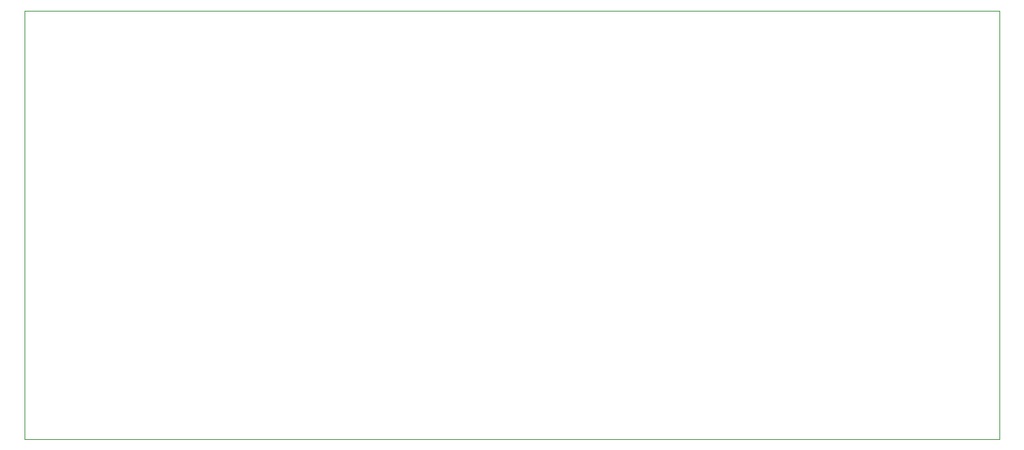
<source format=gbr>
G04 #@! TF.GenerationSoftware,KiCad,Pcbnew,(5.1.6)-1*
G04 #@! TF.CreationDate,2020-08-24T17:46:23+02:00*
G04 #@! TF.ProjectId,timer,74696d65-722e-46b6-9963-61645f706362,1*
G04 #@! TF.SameCoordinates,Original*
G04 #@! TF.FileFunction,Profile,NP*
%FSLAX46Y46*%
G04 Gerber Fmt 4.6, Leading zero omitted, Abs format (unit mm)*
G04 Created by KiCad (PCBNEW (5.1.6)-1) date 2020-08-24 17:46:23*
%MOMM*%
%LPD*%
G01*
G04 APERTURE LIST*
G04 #@! TA.AperFunction,Profile*
%ADD10C,0.050000*%
G04 #@! TD*
G04 APERTURE END LIST*
D10*
X195580000Y-57150000D02*
X81280000Y-57150000D01*
X81280000Y-107442000D02*
X195580000Y-107442000D01*
X81280000Y-57150000D02*
X81280000Y-107442000D01*
X195580000Y-107442000D02*
X195580000Y-57150000D01*
M02*

</source>
